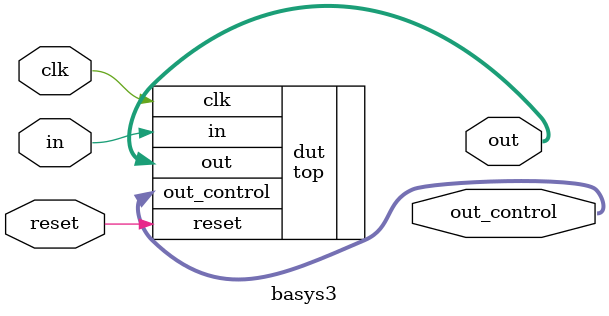
<source format=v>

module basys3(
    clk,
    in,
    reset,
    out,
    out_control
);

    input wire clk;
    input wire in;
    input wire reset;
    output wire [6:0] out;
    output wire [3:0] out_control;
    
    top dut(
		.clk(clk),
		.reset(reset),
		.in(in),
		.out(out),
		.out_control(out_control)
	);

endmodule

</source>
